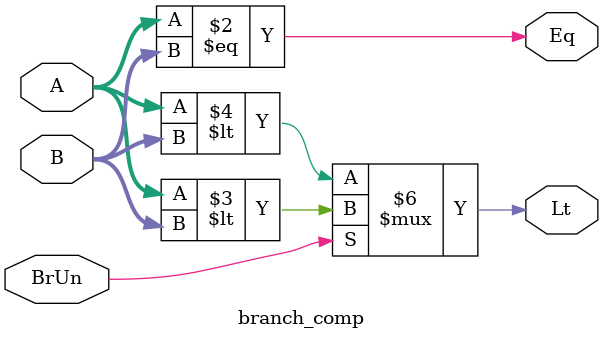
<source format=sv>
`timescale 1ns / 1ps


module branch_comp(
    input [31:0] A,B,
    input BrUn,
    output logic Eq,Lt
    );
    
    always_comb
        begin
            Eq = (A == B);
            if(BrUn) //unsigned comparsion
                    Lt = A < B ;  
            else
                begin
                    Lt = $signed(A) < $signed(B) ;
                end
        end
endmodule

</source>
